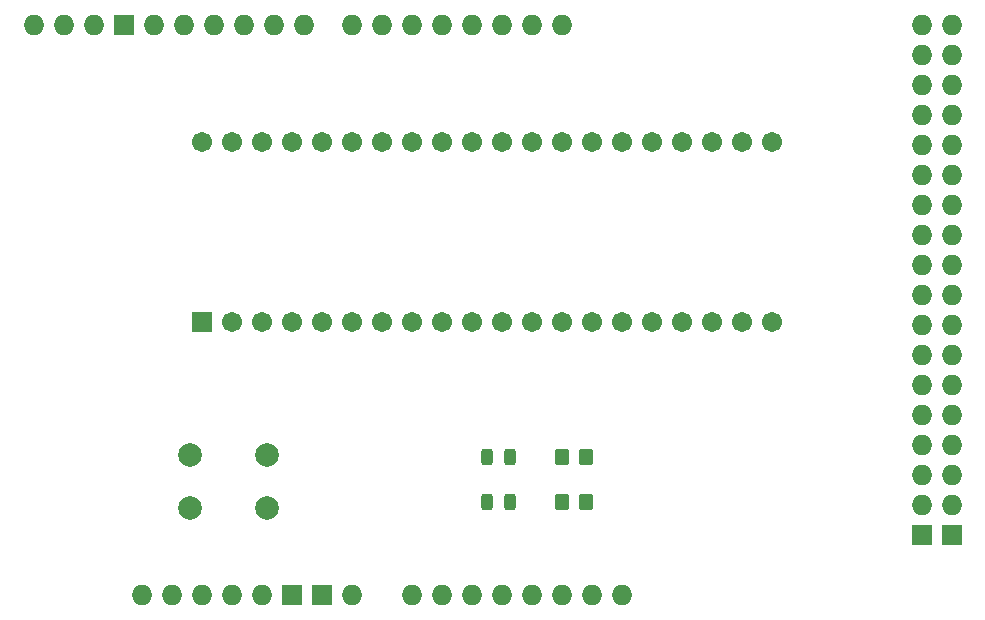
<source format=gbr>
G04 #@! TF.GenerationSoftware,KiCad,Pcbnew,8.0.4-unknown-202407162209~ee573a1480~ubuntu24.04.1*
G04 #@! TF.CreationDate,2024-07-25T22:24:25+01:00*
G04 #@! TF.ProjectId,BBC Master ROM Tester,42424320-4d61-4737-9465-7220524f4d20,1.0*
G04 #@! TF.SameCoordinates,Original*
G04 #@! TF.FileFunction,Soldermask,Top*
G04 #@! TF.FilePolarity,Negative*
%FSLAX46Y46*%
G04 Gerber Fmt 4.6, Leading zero omitted, Abs format (unit mm)*
G04 Created by KiCad (PCBNEW 8.0.4-unknown-202407162209~ee573a1480~ubuntu24.04.1) date 2024-07-25 22:24:25*
%MOMM*%
%LPD*%
G01*
G04 APERTURE LIST*
G04 Aperture macros list*
%AMRoundRect*
0 Rectangle with rounded corners*
0 $1 Rounding radius*
0 $2 $3 $4 $5 $6 $7 $8 $9 X,Y pos of 4 corners*
0 Add a 4 corners polygon primitive as box body*
4,1,4,$2,$3,$4,$5,$6,$7,$8,$9,$2,$3,0*
0 Add four circle primitives for the rounded corners*
1,1,$1+$1,$2,$3*
1,1,$1+$1,$4,$5*
1,1,$1+$1,$6,$7*
1,1,$1+$1,$8,$9*
0 Add four rect primitives between the rounded corners*
20,1,$1+$1,$2,$3,$4,$5,0*
20,1,$1+$1,$4,$5,$6,$7,0*
20,1,$1+$1,$6,$7,$8,$9,0*
20,1,$1+$1,$8,$9,$2,$3,0*%
G04 Aperture macros list end*
%ADD10C,2.000000*%
%ADD11RoundRect,0.243750X-0.243750X-0.456250X0.243750X-0.456250X0.243750X0.456250X-0.243750X0.456250X0*%
%ADD12RoundRect,0.250000X0.350000X0.450000X-0.350000X0.450000X-0.350000X-0.450000X0.350000X-0.450000X0*%
%ADD13O,1.727200X1.727200*%
%ADD14R,1.727200X1.727200*%
%ADD15RoundRect,0.102000X0.754000X-0.754000X0.754000X0.754000X-0.754000X0.754000X-0.754000X-0.754000X0*%
%ADD16C,1.712000*%
G04 APERTURE END LIST*
D10*
G04 #@! TO.C,SW1*
X144324000Y-93319600D03*
X150824000Y-93319600D03*
X144324000Y-97819600D03*
X150824000Y-97819600D03*
G04 #@! TD*
D11*
G04 #@! TO.C,D2*
X169480000Y-97282000D03*
X171355000Y-97282000D03*
G04 #@! TD*
D12*
G04 #@! TO.C,R1*
X177800000Y-93472000D03*
X175800000Y-93472000D03*
G04 #@! TD*
G04 #@! TO.C,R2*
X177800000Y-97282000D03*
X175800000Y-97282000D03*
G04 #@! TD*
D11*
G04 #@! TO.C,D1*
X169480000Y-93472000D03*
X171355000Y-93472000D03*
G04 #@! TD*
D13*
G04 #@! TO.C,XA1*
X140208000Y-105156000D03*
X147828000Y-105156000D03*
X150368000Y-105156000D03*
X206248000Y-56896000D03*
X208788000Y-56896000D03*
X163068000Y-105156000D03*
X165608000Y-105156000D03*
X168148000Y-105156000D03*
X170688000Y-105156000D03*
X173228000Y-105156000D03*
X175768000Y-105156000D03*
X178308000Y-105156000D03*
X180848000Y-105156000D03*
X136144000Y-56896000D03*
X175768000Y-56896000D03*
X173228000Y-56896000D03*
X170688000Y-56896000D03*
X168148000Y-56896000D03*
X165608000Y-56896000D03*
X163068000Y-56896000D03*
X160528000Y-56896000D03*
X157988000Y-56896000D03*
X153924000Y-56896000D03*
X151384000Y-56896000D03*
X148844000Y-56896000D03*
X146304000Y-56896000D03*
X143764000Y-56896000D03*
X141224000Y-56896000D03*
X206248000Y-59436000D03*
X208788000Y-59436000D03*
X206248000Y-61976000D03*
X208788000Y-61976000D03*
X206248000Y-64516000D03*
X208788000Y-64516000D03*
X206248000Y-67056000D03*
X208788000Y-67056000D03*
X206248000Y-69596000D03*
X208788000Y-69596000D03*
X206248000Y-72136000D03*
X208788000Y-72136000D03*
X206248000Y-74676000D03*
X208788000Y-74676000D03*
X206248000Y-77216000D03*
X208788000Y-77216000D03*
X206248000Y-79756000D03*
X208788000Y-79756000D03*
X206248000Y-82296000D03*
X208788000Y-82296000D03*
X206248000Y-84836000D03*
X208788000Y-84836000D03*
X206248000Y-87376000D03*
X208788000Y-87376000D03*
X206248000Y-89916000D03*
X208788000Y-89916000D03*
X206248000Y-92456000D03*
X208788000Y-92456000D03*
X206248000Y-94996000D03*
X208788000Y-94996000D03*
X206248000Y-97536000D03*
X208788000Y-97536000D03*
D14*
X138684000Y-56896000D03*
X152908000Y-105156000D03*
X155448000Y-105156000D03*
X206248000Y-100076000D03*
X208788000Y-100076000D03*
D13*
X142748000Y-105156000D03*
X145288000Y-105156000D03*
X131064000Y-56896000D03*
X133604000Y-56896000D03*
X157988000Y-105156000D03*
G04 #@! TD*
D15*
G04 #@! TO.C,U2*
X145288000Y-82042000D03*
D16*
X147828000Y-82042000D03*
X150368000Y-82042000D03*
X152908000Y-82042000D03*
X155448000Y-82042000D03*
X157988000Y-82042000D03*
X160528000Y-82042000D03*
X163068000Y-82042000D03*
X165608000Y-82042000D03*
X168148000Y-82042000D03*
X170688000Y-82042000D03*
X173228000Y-82042000D03*
X175768000Y-82042000D03*
X178308000Y-82042000D03*
X180848000Y-82042000D03*
X183388000Y-82042000D03*
X185928000Y-82042000D03*
X188468000Y-82042000D03*
X191008000Y-82042000D03*
X193548000Y-82042000D03*
X193548000Y-66802000D03*
X191008000Y-66802000D03*
X188468000Y-66802000D03*
X185928000Y-66802000D03*
X183388000Y-66802000D03*
X180848000Y-66802000D03*
X178308000Y-66802000D03*
X175768000Y-66802000D03*
X173228000Y-66802000D03*
X170688000Y-66802000D03*
X168148000Y-66802000D03*
X165608000Y-66802000D03*
X163068000Y-66802000D03*
X160528000Y-66802000D03*
X157988000Y-66802000D03*
X155448000Y-66802000D03*
X152908000Y-66802000D03*
X150368000Y-66802000D03*
X147828000Y-66802000D03*
X145288000Y-66802000D03*
G04 #@! TD*
M02*

</source>
